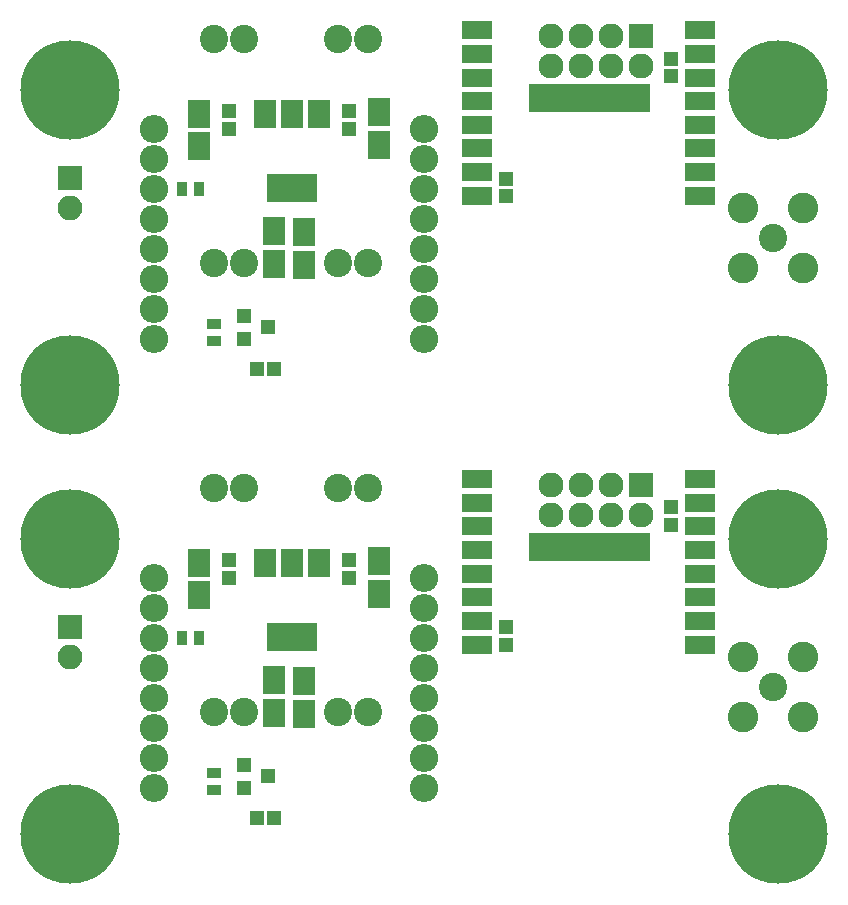
<source format=gbr>
G04 #@! TF.FileFunction,Soldermask,Top*
%FSLAX46Y46*%
G04 Gerber Fmt 4.6, Leading zero omitted, Abs format (unit mm)*
G04 Created by KiCad (PCBNEW 4.0.6-e0-6349~52~ubuntu16.10.1) date Mon May  1 13:22:21 2017*
%MOMM*%
%LPD*%
G01*
G04 APERTURE LIST*
%ADD10C,0.100000*%
%ADD11C,8.400000*%
%ADD12R,1.200000X1.150000*%
%ADD13R,1.300000X0.900000*%
%ADD14R,1.300000X1.200000*%
%ADD15O,2.400000X2.400000*%
%ADD16C,2.400000*%
%ADD17R,1.150000X1.200000*%
%ADD18R,1.900000X2.350000*%
%ADD19R,4.200000X2.400000*%
%ADD20R,1.900000X2.400000*%
%ADD21C,2.600000*%
%ADD22R,1.400000X2.400000*%
%ADD23O,2.127200X2.127200*%
%ADD24R,2.127200X2.127200*%
%ADD25R,2.600000X1.600000*%
%ADD26R,0.900000X1.300000*%
%ADD27R,2.100000X2.100000*%
%ADD28O,2.100000X2.100000*%
G04 APERTURE END LIST*
D10*
D11*
X130000000Y-110500000D03*
D12*
X145820000Y-109120000D03*
X147320000Y-109120000D03*
D13*
X142240000Y-106810000D03*
X142240000Y-105310000D03*
D14*
X144780000Y-104680000D03*
X144780000Y-106580000D03*
X146780000Y-105630000D03*
D15*
X160020000Y-106580000D03*
X160020000Y-104040000D03*
X160020000Y-101500000D03*
X160020000Y-98960000D03*
X160020000Y-96420000D03*
X160020000Y-93880000D03*
X160020000Y-91340000D03*
X160020000Y-88800000D03*
X137160000Y-88800000D03*
X137160000Y-91340000D03*
X137160000Y-93880000D03*
X137160000Y-96420000D03*
X137160000Y-98960000D03*
X137160000Y-101500000D03*
X137160000Y-104040000D03*
X137160000Y-106580000D03*
D16*
X155240000Y-81180000D03*
X152740000Y-81180000D03*
X144740000Y-81180000D03*
X142240000Y-81180000D03*
X144740000Y-100180000D03*
X142240000Y-100180000D03*
X155240000Y-100180000D03*
X152740000Y-100180000D03*
D17*
X143510000Y-87300000D03*
X143510000Y-88800000D03*
D18*
X147320000Y-97480000D03*
X147320000Y-100230000D03*
X149860000Y-97585000D03*
X149860000Y-100335000D03*
D17*
X153670000Y-87300000D03*
X153670000Y-88800000D03*
D18*
X140970000Y-87530000D03*
X140970000Y-90280000D03*
D19*
X148830000Y-93830000D03*
D20*
X148830000Y-87530000D03*
X146530000Y-87530000D03*
X151130000Y-87530000D03*
D11*
X190000000Y-110500000D03*
D21*
X192084630Y-100634678D03*
X187004630Y-100634678D03*
X187004630Y-95554678D03*
X192084630Y-95554678D03*
D16*
X189544630Y-98094678D03*
D22*
X178424630Y-86224678D03*
X177154630Y-86224678D03*
X175884630Y-86224678D03*
X174614630Y-86224678D03*
X173344630Y-86224678D03*
X172074630Y-86224678D03*
X170804630Y-86224678D03*
X169534630Y-86224678D03*
D11*
X190000000Y-85500000D03*
D23*
X170754630Y-80934678D03*
X170754630Y-83474678D03*
X173294630Y-80934678D03*
X173294630Y-83474678D03*
X175834630Y-80934678D03*
X175834630Y-83474678D03*
D24*
X178374630Y-80934678D03*
D23*
X178374630Y-83474678D03*
D17*
X180930000Y-84370000D03*
X180930000Y-82870000D03*
X166960000Y-94530000D03*
X166960000Y-93030000D03*
D25*
X164444630Y-80474678D03*
X164444630Y-82474678D03*
X164444630Y-84474678D03*
X164444630Y-86474678D03*
X164444630Y-88474678D03*
X164444630Y-90474678D03*
X164444630Y-92474678D03*
X164444630Y-94474678D03*
X183344630Y-94474678D03*
X183344630Y-92474678D03*
X183344630Y-90474678D03*
X183344630Y-88474678D03*
X183344630Y-86474678D03*
X183344630Y-84474678D03*
X183344630Y-82474678D03*
X183344630Y-80474678D03*
D11*
X130000000Y-85500000D03*
D26*
X140970000Y-93880000D03*
X139470000Y-93880000D03*
D18*
X156210000Y-87425000D03*
X156210000Y-90175000D03*
D27*
X130000000Y-93000000D03*
D28*
X130000000Y-95540000D03*
D11*
X130000000Y-47500000D03*
X130000000Y-72500000D03*
X190000000Y-72500000D03*
D18*
X140970000Y-49530000D03*
X140970000Y-52280000D03*
D17*
X143510000Y-49300000D03*
X143510000Y-50800000D03*
X153670000Y-49300000D03*
X153670000Y-50800000D03*
D18*
X156210000Y-49425000D03*
X156210000Y-52175000D03*
X147320000Y-59480000D03*
X147320000Y-62230000D03*
X149860000Y-59585000D03*
X149860000Y-62335000D03*
D12*
X145820000Y-71120000D03*
X147320000Y-71120000D03*
D17*
X166960000Y-56530000D03*
X166960000Y-55030000D03*
X180930000Y-46370000D03*
X180930000Y-44870000D03*
D21*
X192084630Y-62634678D03*
X187004630Y-62634678D03*
X187004630Y-57554678D03*
X192084630Y-57554678D03*
D16*
X189544630Y-60094678D03*
D26*
X140970000Y-55880000D03*
X139470000Y-55880000D03*
D13*
X142240000Y-68810000D03*
X142240000Y-67310000D03*
D19*
X148830000Y-55830000D03*
D20*
X148830000Y-49530000D03*
X146530000Y-49530000D03*
X151130000Y-49530000D03*
D16*
X155240000Y-43180000D03*
X152740000Y-43180000D03*
X144740000Y-43180000D03*
X142240000Y-43180000D03*
X144740000Y-62180000D03*
X142240000Y-62180000D03*
X155240000Y-62180000D03*
X152740000Y-62180000D03*
D15*
X160020000Y-68580000D03*
X160020000Y-66040000D03*
X160020000Y-63500000D03*
X160020000Y-60960000D03*
X160020000Y-58420000D03*
X160020000Y-55880000D03*
X160020000Y-53340000D03*
X160020000Y-50800000D03*
X137160000Y-50800000D03*
X137160000Y-53340000D03*
X137160000Y-55880000D03*
X137160000Y-58420000D03*
X137160000Y-60960000D03*
X137160000Y-63500000D03*
X137160000Y-66040000D03*
X137160000Y-68580000D03*
D14*
X144780000Y-66680000D03*
X144780000Y-68580000D03*
X146780000Y-67630000D03*
D23*
X170754630Y-42934678D03*
X170754630Y-45474678D03*
X173294630Y-42934678D03*
X173294630Y-45474678D03*
X175834630Y-42934678D03*
X175834630Y-45474678D03*
D24*
X178374630Y-42934678D03*
D23*
X178374630Y-45474678D03*
D22*
X178424630Y-48224678D03*
X177154630Y-48224678D03*
X175884630Y-48224678D03*
X174614630Y-48224678D03*
X173344630Y-48224678D03*
X172074630Y-48224678D03*
X170804630Y-48224678D03*
X169534630Y-48224678D03*
D25*
X164444630Y-42474678D03*
X164444630Y-44474678D03*
X164444630Y-46474678D03*
X164444630Y-48474678D03*
X164444630Y-50474678D03*
X164444630Y-52474678D03*
X164444630Y-54474678D03*
X164444630Y-56474678D03*
X183344630Y-56474678D03*
X183344630Y-54474678D03*
X183344630Y-52474678D03*
X183344630Y-50474678D03*
X183344630Y-48474678D03*
X183344630Y-46474678D03*
X183344630Y-44474678D03*
X183344630Y-42474678D03*
D27*
X130000000Y-55000000D03*
D28*
X130000000Y-57540000D03*
D11*
X190000000Y-47500000D03*
M02*

</source>
